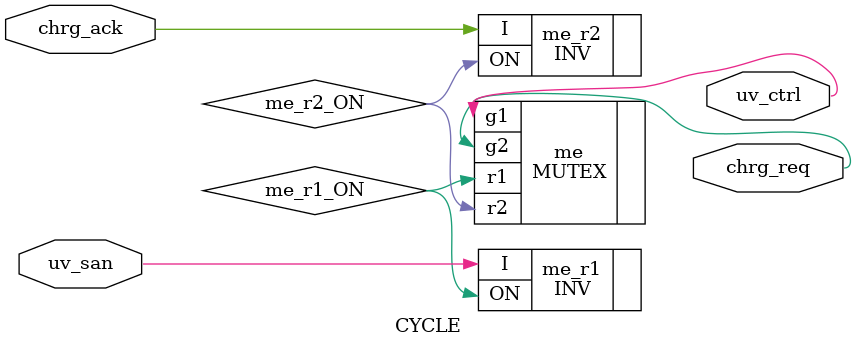
<source format=v>
module CTRL (uv, oc, zc, gp_ack, gp, gn_ack, gn);
    input uv, oc, zc, gp_ack, gn_ack;
    output gp, gn;
    wire charge_ctrl_chrg_ack, cycle_ctrl_chrg_req;

    CHARGE_CTRL charge_ctrl (.gp(gp), .gn(gn), .gp_ack(gp_ack), .gn_ack(gn_ack), .chrg_req(cycle_ctrl_chrg_req), .oc(oc), .zc(zc), .chrg_ack(charge_ctrl_chrg_ack));
    CYCLE_CTRL cycle_ctrl (.chrg_req(cycle_ctrl_chrg_req), .chrg_ack(charge_ctrl_chrg_ack), .uv(uv));

    // signal values at the initial state:
    // !gp !gn !charge_ctrl_chrg_ack !cycle_ctrl_chrg_req !uv !oc !zc !gp_ack !gn_ack
endmodule

module CHARGE_CTRL (oc, zc, gp_ack, gp, gn_ack, gn, chrg_ack, chrg_req);
    input oc, zc, gp_ack, gn_ack, chrg_req;
    output gp, gn, chrg_ack;
    wire wait_zc_san, charge_oc_ctrl, charge_zc_ctrl, wait_oc_san;

    WAIT wait_zc (.san(wait_zc_san), .ctrl(charge_zc_ctrl), .sig(zc));
    CHARGE charge (.gp(gp), .gn(gn), .gp_ack(gp_ack), .gn_ack(gn_ack), .chrg_req(chrg_req), .oc_san(wait_oc_san), .zc_san(wait_zc_san), .chrg_ack(chrg_ack), .oc_ctrl(charge_oc_ctrl), .zc_ctrl(charge_zc_ctrl));
    WAIT wait_oc (.san(wait_oc_san), .ctrl(charge_oc_ctrl), .sig(oc));

    // signal values at the initial state:
    // !wait_zc_san !gp !gn !chrg_ack !charge_oc_ctrl !charge_zc_ctrl !wait_oc_san !oc !zc !gp_ack !gn_ack !chrg_req
endmodule

module CYCLE_CTRL (uv, chrg_ack, chrg_req);
    input uv, chrg_ack;
    output chrg_req;
    wire cycle_uv_ctrl, wait2_uv_san;

    CYCLE cycle (.chrg_req(chrg_req), .chrg_ack(chrg_ack), .uv_san(wait2_uv_san), .uv_ctrl(cycle_uv_ctrl));
    WAIT2 wait2_uv (.san(wait2_uv_san), .ctrl(cycle_uv_ctrl), .sig(uv));

    // signal values at the initial state:
    // !chrg_req !cycle_uv_ctrl !wait2_uv_san !uv !chrg_ack
endmodule

module CHARGE (chrg_req, gn_ack, gp_ack, oc_san, zc_san, chrg_ack, gn, gp, oc_ctrl, zc_ctrl);
    input chrg_req, gn_ack, gp_ack, oc_san, zc_san;
    output chrg_ack, gn, gp, oc_ctrl, zc_ctrl;
    wire _U1_ON, _U3_ON, _U4_ON, _U6_O, _U7_ON, _U8_ON, _U9_ON, _U10_ON, _U11_ON, _U12_ON;

    BUF oc_ctrla (.O(oc_ctrl), .I(gp));
    BUF zc_ctrla (.O(zc_ctrl), .I(gn));
    NOR2 _U0 (.ON(chrg_ack), .A(gn_ack), .B(_U9_ON));
    // This inverter should have a short delay
    INV _U1 (.ON(_U1_ON), .I(gn));
    AOI211 _U2 (.ON(gn), .A1(_U1_ON), .A2(zc_san), .B(gp_ack), .C(_U12_ON));
    NAND4B _U3 (.ON(_U3_ON), .AN(oc_san), .B(chrg_req), .C(_U9_ON), .D(_U12_ON));
    INV _U4 (.ON(_U4_ON), .I(_U3_ON));
    C2 _U5 (.Q(gp), .A(_U4_ON), .B(_U12_ON));
    AND2 _U6 (.O(_U6_O), .A(oc_san), .B(gp_ack));
    // This inverter should have a short delay
    INV _U7 (.ON(_U7_ON), .I(_U6_O));
    // This inverter should have a short delay
    INV _U8 (.ON(_U8_ON), .I(_U9_ON));
    OAI211 _U9 (.ON(_U9_ON), .A1(_U8_ON), .A2(gn_ack), .B(chrg_req), .C(_U7_ON));
    // This inverter should have a short delay
    INV _U10 (.ON(_U10_ON), .I(zc_san));
    // This inverter should have a short delay
    INV _U11 (.ON(_U11_ON), .I(_U12_ON));
    OAI22 _U12 (.ON(_U12_ON), .A1(_U11_ON), .A2(_U6_O), .B1(_U9_ON), .B2(_U10_ON));

    // signal values at the initial state:
    // !oc_ctrl !zc_ctrl !chrg_ack _U1_ON !gn _U3_ON !_U4_ON !gp !_U6_O _U7_ON !_U8_ON _U9_ON _U10_ON !_U11_ON _U12_ON !chrg_req !gn_ack !gp_ack !oc_san !zc_san
endmodule

module CYCLE (chrg_ack, chrg_req, uv_ctrl, uv_san);
    input chrg_ack, uv_san;
    output chrg_req, uv_ctrl;
    wire me_r1_ON, me_r2_ON;

    INV me_r1 (.ON(me_r1_ON), .I(uv_san));
    INV me_r2 (.ON(me_r2_ON), .I(chrg_ack));
    MUTEX me (.r1(me_r1_ON), .g1(uv_ctrl), .r2(me_r2_ON), .g2(chrg_req));

    // signal values at the initial state:
    // me_r1_ON !me_r2_ON uv_ctrl !chrg_req !chrg_ack !uv_san
endmodule

</source>
